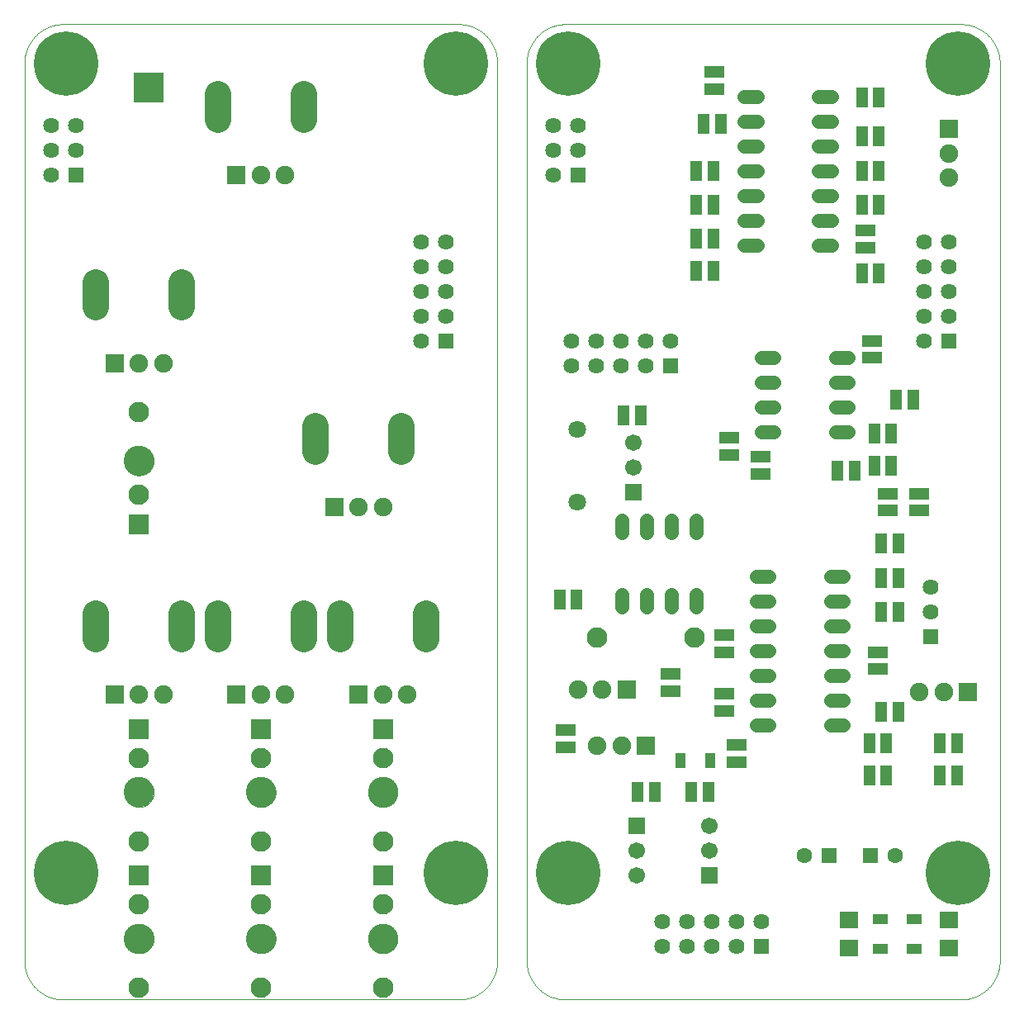
<source format=gts>
G75*
%MOIN*%
%OFA0B0*%
%FSLAX25Y25*%
%IPPOS*%
%LPD*%
%AMOC8*
5,1,8,0,0,1.08239X$1,22.5*
%
%ADD10C,0.00000*%
%ADD11C,0.25991*%
%ADD12C,0.08274*%
%ADD13R,0.08274X0.08274*%
%ADD14C,0.12211*%
%ADD15R,0.07487X0.07487*%
%ADD16C,0.07487*%
%ADD17C,0.10636*%
%ADD18R,0.06400X0.06400*%
%ADD19C,0.06400*%
%ADD20R,0.12211X0.12211*%
%ADD21C,0.06306*%
%ADD22R,0.06306X0.06306*%
%ADD23R,0.06306X0.04337*%
%ADD24R,0.07498X0.06699*%
%ADD25C,0.05600*%
%ADD26R,0.07880X0.04731*%
%ADD27R,0.04731X0.07880*%
%ADD28R,0.04337X0.06306*%
%ADD29C,0.07093*%
%ADD30R,0.06699X0.06699*%
%ADD31C,0.06699*%
D10*
X0001492Y0017240D02*
X0001492Y0379445D01*
X0001497Y0379826D01*
X0001510Y0380206D01*
X0001533Y0380586D01*
X0001566Y0380965D01*
X0001607Y0381343D01*
X0001657Y0381720D01*
X0001717Y0382096D01*
X0001785Y0382471D01*
X0001863Y0382843D01*
X0001950Y0383214D01*
X0002045Y0383582D01*
X0002150Y0383948D01*
X0002263Y0384311D01*
X0002385Y0384672D01*
X0002515Y0385029D01*
X0002655Y0385383D01*
X0002802Y0385734D01*
X0002959Y0386081D01*
X0003123Y0386424D01*
X0003296Y0386763D01*
X0003477Y0387098D01*
X0003666Y0387429D01*
X0003863Y0387754D01*
X0004067Y0388075D01*
X0004280Y0388391D01*
X0004500Y0388701D01*
X0004727Y0389007D01*
X0004962Y0389306D01*
X0005204Y0389600D01*
X0005452Y0389888D01*
X0005708Y0390170D01*
X0005971Y0390445D01*
X0006240Y0390714D01*
X0006515Y0390977D01*
X0006797Y0391233D01*
X0007085Y0391481D01*
X0007379Y0391723D01*
X0007678Y0391958D01*
X0007984Y0392185D01*
X0008294Y0392405D01*
X0008610Y0392618D01*
X0008931Y0392822D01*
X0009256Y0393019D01*
X0009587Y0393208D01*
X0009922Y0393389D01*
X0010261Y0393562D01*
X0010604Y0393726D01*
X0010951Y0393883D01*
X0011302Y0394030D01*
X0011656Y0394170D01*
X0012013Y0394300D01*
X0012374Y0394422D01*
X0012737Y0394535D01*
X0013103Y0394640D01*
X0013471Y0394735D01*
X0013842Y0394822D01*
X0014214Y0394900D01*
X0014589Y0394968D01*
X0014965Y0395028D01*
X0015342Y0395078D01*
X0015720Y0395119D01*
X0016099Y0395152D01*
X0016479Y0395175D01*
X0016859Y0395188D01*
X0017240Y0395193D01*
X0176689Y0395193D01*
X0177070Y0395188D01*
X0177450Y0395175D01*
X0177830Y0395152D01*
X0178209Y0395119D01*
X0178587Y0395078D01*
X0178964Y0395028D01*
X0179340Y0394968D01*
X0179715Y0394900D01*
X0180087Y0394822D01*
X0180458Y0394735D01*
X0180826Y0394640D01*
X0181192Y0394535D01*
X0181555Y0394422D01*
X0181916Y0394300D01*
X0182273Y0394170D01*
X0182627Y0394030D01*
X0182978Y0393883D01*
X0183325Y0393726D01*
X0183668Y0393562D01*
X0184007Y0393389D01*
X0184342Y0393208D01*
X0184673Y0393019D01*
X0184998Y0392822D01*
X0185319Y0392618D01*
X0185635Y0392405D01*
X0185945Y0392185D01*
X0186251Y0391958D01*
X0186550Y0391723D01*
X0186844Y0391481D01*
X0187132Y0391233D01*
X0187414Y0390977D01*
X0187689Y0390714D01*
X0187958Y0390445D01*
X0188221Y0390170D01*
X0188477Y0389888D01*
X0188725Y0389600D01*
X0188967Y0389306D01*
X0189202Y0389007D01*
X0189429Y0388701D01*
X0189649Y0388391D01*
X0189862Y0388075D01*
X0190066Y0387754D01*
X0190263Y0387429D01*
X0190452Y0387098D01*
X0190633Y0386763D01*
X0190806Y0386424D01*
X0190970Y0386081D01*
X0191127Y0385734D01*
X0191274Y0385383D01*
X0191414Y0385029D01*
X0191544Y0384672D01*
X0191666Y0384311D01*
X0191779Y0383948D01*
X0191884Y0383582D01*
X0191979Y0383214D01*
X0192066Y0382843D01*
X0192144Y0382471D01*
X0192212Y0382096D01*
X0192272Y0381720D01*
X0192322Y0381343D01*
X0192363Y0380965D01*
X0192396Y0380586D01*
X0192419Y0380206D01*
X0192432Y0379826D01*
X0192437Y0379445D01*
X0192437Y0017240D01*
X0204248Y0017240D02*
X0204248Y0379445D01*
X0204253Y0379826D01*
X0204266Y0380206D01*
X0204289Y0380586D01*
X0204322Y0380965D01*
X0204363Y0381343D01*
X0204413Y0381720D01*
X0204473Y0382096D01*
X0204541Y0382471D01*
X0204619Y0382843D01*
X0204706Y0383214D01*
X0204801Y0383582D01*
X0204906Y0383948D01*
X0205019Y0384311D01*
X0205141Y0384672D01*
X0205271Y0385029D01*
X0205411Y0385383D01*
X0205558Y0385734D01*
X0205715Y0386081D01*
X0205879Y0386424D01*
X0206052Y0386763D01*
X0206233Y0387098D01*
X0206422Y0387429D01*
X0206619Y0387754D01*
X0206823Y0388075D01*
X0207036Y0388391D01*
X0207256Y0388701D01*
X0207483Y0389007D01*
X0207718Y0389306D01*
X0207960Y0389600D01*
X0208208Y0389888D01*
X0208464Y0390170D01*
X0208727Y0390445D01*
X0208996Y0390714D01*
X0209271Y0390977D01*
X0209553Y0391233D01*
X0209841Y0391481D01*
X0210135Y0391723D01*
X0210434Y0391958D01*
X0210740Y0392185D01*
X0211050Y0392405D01*
X0211366Y0392618D01*
X0211687Y0392822D01*
X0212012Y0393019D01*
X0212343Y0393208D01*
X0212678Y0393389D01*
X0213017Y0393562D01*
X0213360Y0393726D01*
X0213707Y0393883D01*
X0214058Y0394030D01*
X0214412Y0394170D01*
X0214769Y0394300D01*
X0215130Y0394422D01*
X0215493Y0394535D01*
X0215859Y0394640D01*
X0216227Y0394735D01*
X0216598Y0394822D01*
X0216970Y0394900D01*
X0217345Y0394968D01*
X0217721Y0395028D01*
X0218098Y0395078D01*
X0218476Y0395119D01*
X0218855Y0395152D01*
X0219235Y0395175D01*
X0219615Y0395188D01*
X0219996Y0395193D01*
X0379445Y0395193D01*
X0379826Y0395188D01*
X0380206Y0395175D01*
X0380586Y0395152D01*
X0380965Y0395119D01*
X0381343Y0395078D01*
X0381720Y0395028D01*
X0382096Y0394968D01*
X0382471Y0394900D01*
X0382843Y0394822D01*
X0383214Y0394735D01*
X0383582Y0394640D01*
X0383948Y0394535D01*
X0384311Y0394422D01*
X0384672Y0394300D01*
X0385029Y0394170D01*
X0385383Y0394030D01*
X0385734Y0393883D01*
X0386081Y0393726D01*
X0386424Y0393562D01*
X0386763Y0393389D01*
X0387098Y0393208D01*
X0387429Y0393019D01*
X0387754Y0392822D01*
X0388075Y0392618D01*
X0388391Y0392405D01*
X0388701Y0392185D01*
X0389007Y0391958D01*
X0389306Y0391723D01*
X0389600Y0391481D01*
X0389888Y0391233D01*
X0390170Y0390977D01*
X0390445Y0390714D01*
X0390714Y0390445D01*
X0390977Y0390170D01*
X0391233Y0389888D01*
X0391481Y0389600D01*
X0391723Y0389306D01*
X0391958Y0389007D01*
X0392185Y0388701D01*
X0392405Y0388391D01*
X0392618Y0388075D01*
X0392822Y0387754D01*
X0393019Y0387429D01*
X0393208Y0387098D01*
X0393389Y0386763D01*
X0393562Y0386424D01*
X0393726Y0386081D01*
X0393883Y0385734D01*
X0394030Y0385383D01*
X0394170Y0385029D01*
X0394300Y0384672D01*
X0394422Y0384311D01*
X0394535Y0383948D01*
X0394640Y0383582D01*
X0394735Y0383214D01*
X0394822Y0382843D01*
X0394900Y0382471D01*
X0394968Y0382096D01*
X0395028Y0381720D01*
X0395078Y0381343D01*
X0395119Y0380965D01*
X0395152Y0380586D01*
X0395175Y0380206D01*
X0395188Y0379826D01*
X0395193Y0379445D01*
X0395193Y0017240D01*
X0395188Y0016859D01*
X0395175Y0016479D01*
X0395152Y0016099D01*
X0395119Y0015720D01*
X0395078Y0015342D01*
X0395028Y0014965D01*
X0394968Y0014589D01*
X0394900Y0014214D01*
X0394822Y0013842D01*
X0394735Y0013471D01*
X0394640Y0013103D01*
X0394535Y0012737D01*
X0394422Y0012374D01*
X0394300Y0012013D01*
X0394170Y0011656D01*
X0394030Y0011302D01*
X0393883Y0010951D01*
X0393726Y0010604D01*
X0393562Y0010261D01*
X0393389Y0009922D01*
X0393208Y0009587D01*
X0393019Y0009256D01*
X0392822Y0008931D01*
X0392618Y0008610D01*
X0392405Y0008294D01*
X0392185Y0007984D01*
X0391958Y0007678D01*
X0391723Y0007379D01*
X0391481Y0007085D01*
X0391233Y0006797D01*
X0390977Y0006515D01*
X0390714Y0006240D01*
X0390445Y0005971D01*
X0390170Y0005708D01*
X0389888Y0005452D01*
X0389600Y0005204D01*
X0389306Y0004962D01*
X0389007Y0004727D01*
X0388701Y0004500D01*
X0388391Y0004280D01*
X0388075Y0004067D01*
X0387754Y0003863D01*
X0387429Y0003666D01*
X0387098Y0003477D01*
X0386763Y0003296D01*
X0386424Y0003123D01*
X0386081Y0002959D01*
X0385734Y0002802D01*
X0385383Y0002655D01*
X0385029Y0002515D01*
X0384672Y0002385D01*
X0384311Y0002263D01*
X0383948Y0002150D01*
X0383582Y0002045D01*
X0383214Y0001950D01*
X0382843Y0001863D01*
X0382471Y0001785D01*
X0382096Y0001717D01*
X0381720Y0001657D01*
X0381343Y0001607D01*
X0380965Y0001566D01*
X0380586Y0001533D01*
X0380206Y0001510D01*
X0379826Y0001497D01*
X0379445Y0001492D01*
X0219996Y0001492D01*
X0219615Y0001497D01*
X0219235Y0001510D01*
X0218855Y0001533D01*
X0218476Y0001566D01*
X0218098Y0001607D01*
X0217721Y0001657D01*
X0217345Y0001717D01*
X0216970Y0001785D01*
X0216598Y0001863D01*
X0216227Y0001950D01*
X0215859Y0002045D01*
X0215493Y0002150D01*
X0215130Y0002263D01*
X0214769Y0002385D01*
X0214412Y0002515D01*
X0214058Y0002655D01*
X0213707Y0002802D01*
X0213360Y0002959D01*
X0213017Y0003123D01*
X0212678Y0003296D01*
X0212343Y0003477D01*
X0212012Y0003666D01*
X0211687Y0003863D01*
X0211366Y0004067D01*
X0211050Y0004280D01*
X0210740Y0004500D01*
X0210434Y0004727D01*
X0210135Y0004962D01*
X0209841Y0005204D01*
X0209553Y0005452D01*
X0209271Y0005708D01*
X0208996Y0005971D01*
X0208727Y0006240D01*
X0208464Y0006515D01*
X0208208Y0006797D01*
X0207960Y0007085D01*
X0207718Y0007379D01*
X0207483Y0007678D01*
X0207256Y0007984D01*
X0207036Y0008294D01*
X0206823Y0008610D01*
X0206619Y0008931D01*
X0206422Y0009256D01*
X0206233Y0009587D01*
X0206052Y0009922D01*
X0205879Y0010261D01*
X0205715Y0010604D01*
X0205558Y0010951D01*
X0205411Y0011302D01*
X0205271Y0011656D01*
X0205141Y0012013D01*
X0205019Y0012374D01*
X0204906Y0012737D01*
X0204801Y0013103D01*
X0204706Y0013471D01*
X0204619Y0013842D01*
X0204541Y0014214D01*
X0204473Y0014589D01*
X0204413Y0014965D01*
X0204363Y0015342D01*
X0204322Y0015720D01*
X0204289Y0016099D01*
X0204266Y0016479D01*
X0204253Y0016859D01*
X0204248Y0017240D01*
X0192437Y0017240D02*
X0192432Y0016859D01*
X0192419Y0016479D01*
X0192396Y0016099D01*
X0192363Y0015720D01*
X0192322Y0015342D01*
X0192272Y0014965D01*
X0192212Y0014589D01*
X0192144Y0014214D01*
X0192066Y0013842D01*
X0191979Y0013471D01*
X0191884Y0013103D01*
X0191779Y0012737D01*
X0191666Y0012374D01*
X0191544Y0012013D01*
X0191414Y0011656D01*
X0191274Y0011302D01*
X0191127Y0010951D01*
X0190970Y0010604D01*
X0190806Y0010261D01*
X0190633Y0009922D01*
X0190452Y0009587D01*
X0190263Y0009256D01*
X0190066Y0008931D01*
X0189862Y0008610D01*
X0189649Y0008294D01*
X0189429Y0007984D01*
X0189202Y0007678D01*
X0188967Y0007379D01*
X0188725Y0007085D01*
X0188477Y0006797D01*
X0188221Y0006515D01*
X0187958Y0006240D01*
X0187689Y0005971D01*
X0187414Y0005708D01*
X0187132Y0005452D01*
X0186844Y0005204D01*
X0186550Y0004962D01*
X0186251Y0004727D01*
X0185945Y0004500D01*
X0185635Y0004280D01*
X0185319Y0004067D01*
X0184998Y0003863D01*
X0184673Y0003666D01*
X0184342Y0003477D01*
X0184007Y0003296D01*
X0183668Y0003123D01*
X0183325Y0002959D01*
X0182978Y0002802D01*
X0182627Y0002655D01*
X0182273Y0002515D01*
X0181916Y0002385D01*
X0181555Y0002263D01*
X0181192Y0002150D01*
X0180826Y0002045D01*
X0180458Y0001950D01*
X0180087Y0001863D01*
X0179715Y0001785D01*
X0179340Y0001717D01*
X0178964Y0001657D01*
X0178587Y0001607D01*
X0178209Y0001566D01*
X0177830Y0001533D01*
X0177450Y0001510D01*
X0177070Y0001497D01*
X0176689Y0001492D01*
X0017240Y0001492D01*
X0016859Y0001497D01*
X0016479Y0001510D01*
X0016099Y0001533D01*
X0015720Y0001566D01*
X0015342Y0001607D01*
X0014965Y0001657D01*
X0014589Y0001717D01*
X0014214Y0001785D01*
X0013842Y0001863D01*
X0013471Y0001950D01*
X0013103Y0002045D01*
X0012737Y0002150D01*
X0012374Y0002263D01*
X0012013Y0002385D01*
X0011656Y0002515D01*
X0011302Y0002655D01*
X0010951Y0002802D01*
X0010604Y0002959D01*
X0010261Y0003123D01*
X0009922Y0003296D01*
X0009587Y0003477D01*
X0009256Y0003666D01*
X0008931Y0003863D01*
X0008610Y0004067D01*
X0008294Y0004280D01*
X0007984Y0004500D01*
X0007678Y0004727D01*
X0007379Y0004962D01*
X0007085Y0005204D01*
X0006797Y0005452D01*
X0006515Y0005708D01*
X0006240Y0005971D01*
X0005971Y0006240D01*
X0005708Y0006515D01*
X0005452Y0006797D01*
X0005204Y0007085D01*
X0004962Y0007379D01*
X0004727Y0007678D01*
X0004500Y0007984D01*
X0004280Y0008294D01*
X0004067Y0008610D01*
X0003863Y0008931D01*
X0003666Y0009256D01*
X0003477Y0009587D01*
X0003296Y0009922D01*
X0003123Y0010261D01*
X0002959Y0010604D01*
X0002802Y0010951D01*
X0002655Y0011302D01*
X0002515Y0011656D01*
X0002385Y0012013D01*
X0002263Y0012374D01*
X0002150Y0012737D01*
X0002045Y0013103D01*
X0001950Y0013471D01*
X0001863Y0013842D01*
X0001785Y0014214D01*
X0001717Y0014589D01*
X0001657Y0014965D01*
X0001607Y0015342D01*
X0001566Y0015720D01*
X0001533Y0016099D01*
X0001510Y0016479D01*
X0001497Y0016859D01*
X0001492Y0017240D01*
X0041846Y0026098D02*
X0041848Y0026251D01*
X0041854Y0026405D01*
X0041864Y0026558D01*
X0041878Y0026710D01*
X0041896Y0026863D01*
X0041918Y0027014D01*
X0041943Y0027165D01*
X0041973Y0027316D01*
X0042007Y0027466D01*
X0042044Y0027614D01*
X0042085Y0027762D01*
X0042130Y0027908D01*
X0042179Y0028054D01*
X0042232Y0028198D01*
X0042288Y0028340D01*
X0042348Y0028481D01*
X0042412Y0028621D01*
X0042479Y0028759D01*
X0042550Y0028895D01*
X0042625Y0029029D01*
X0042702Y0029161D01*
X0042784Y0029291D01*
X0042868Y0029419D01*
X0042956Y0029545D01*
X0043047Y0029668D01*
X0043141Y0029789D01*
X0043239Y0029907D01*
X0043339Y0030023D01*
X0043443Y0030136D01*
X0043549Y0030247D01*
X0043658Y0030355D01*
X0043770Y0030460D01*
X0043884Y0030561D01*
X0044002Y0030660D01*
X0044121Y0030756D01*
X0044243Y0030849D01*
X0044368Y0030938D01*
X0044495Y0031025D01*
X0044624Y0031107D01*
X0044755Y0031187D01*
X0044888Y0031263D01*
X0045023Y0031336D01*
X0045160Y0031405D01*
X0045299Y0031470D01*
X0045439Y0031532D01*
X0045581Y0031590D01*
X0045724Y0031645D01*
X0045869Y0031696D01*
X0046015Y0031743D01*
X0046162Y0031786D01*
X0046310Y0031825D01*
X0046459Y0031861D01*
X0046609Y0031892D01*
X0046760Y0031920D01*
X0046911Y0031944D01*
X0047064Y0031964D01*
X0047216Y0031980D01*
X0047369Y0031992D01*
X0047522Y0032000D01*
X0047675Y0032004D01*
X0047829Y0032004D01*
X0047982Y0032000D01*
X0048135Y0031992D01*
X0048288Y0031980D01*
X0048440Y0031964D01*
X0048593Y0031944D01*
X0048744Y0031920D01*
X0048895Y0031892D01*
X0049045Y0031861D01*
X0049194Y0031825D01*
X0049342Y0031786D01*
X0049489Y0031743D01*
X0049635Y0031696D01*
X0049780Y0031645D01*
X0049923Y0031590D01*
X0050065Y0031532D01*
X0050205Y0031470D01*
X0050344Y0031405D01*
X0050481Y0031336D01*
X0050616Y0031263D01*
X0050749Y0031187D01*
X0050880Y0031107D01*
X0051009Y0031025D01*
X0051136Y0030938D01*
X0051261Y0030849D01*
X0051383Y0030756D01*
X0051502Y0030660D01*
X0051620Y0030561D01*
X0051734Y0030460D01*
X0051846Y0030355D01*
X0051955Y0030247D01*
X0052061Y0030136D01*
X0052165Y0030023D01*
X0052265Y0029907D01*
X0052363Y0029789D01*
X0052457Y0029668D01*
X0052548Y0029545D01*
X0052636Y0029419D01*
X0052720Y0029291D01*
X0052802Y0029161D01*
X0052879Y0029029D01*
X0052954Y0028895D01*
X0053025Y0028759D01*
X0053092Y0028621D01*
X0053156Y0028481D01*
X0053216Y0028340D01*
X0053272Y0028198D01*
X0053325Y0028054D01*
X0053374Y0027908D01*
X0053419Y0027762D01*
X0053460Y0027614D01*
X0053497Y0027466D01*
X0053531Y0027316D01*
X0053561Y0027165D01*
X0053586Y0027014D01*
X0053608Y0026863D01*
X0053626Y0026710D01*
X0053640Y0026558D01*
X0053650Y0026405D01*
X0053656Y0026251D01*
X0053658Y0026098D01*
X0053656Y0025945D01*
X0053650Y0025791D01*
X0053640Y0025638D01*
X0053626Y0025486D01*
X0053608Y0025333D01*
X0053586Y0025182D01*
X0053561Y0025031D01*
X0053531Y0024880D01*
X0053497Y0024730D01*
X0053460Y0024582D01*
X0053419Y0024434D01*
X0053374Y0024288D01*
X0053325Y0024142D01*
X0053272Y0023998D01*
X0053216Y0023856D01*
X0053156Y0023715D01*
X0053092Y0023575D01*
X0053025Y0023437D01*
X0052954Y0023301D01*
X0052879Y0023167D01*
X0052802Y0023035D01*
X0052720Y0022905D01*
X0052636Y0022777D01*
X0052548Y0022651D01*
X0052457Y0022528D01*
X0052363Y0022407D01*
X0052265Y0022289D01*
X0052165Y0022173D01*
X0052061Y0022060D01*
X0051955Y0021949D01*
X0051846Y0021841D01*
X0051734Y0021736D01*
X0051620Y0021635D01*
X0051502Y0021536D01*
X0051383Y0021440D01*
X0051261Y0021347D01*
X0051136Y0021258D01*
X0051009Y0021171D01*
X0050880Y0021089D01*
X0050749Y0021009D01*
X0050616Y0020933D01*
X0050481Y0020860D01*
X0050344Y0020791D01*
X0050205Y0020726D01*
X0050065Y0020664D01*
X0049923Y0020606D01*
X0049780Y0020551D01*
X0049635Y0020500D01*
X0049489Y0020453D01*
X0049342Y0020410D01*
X0049194Y0020371D01*
X0049045Y0020335D01*
X0048895Y0020304D01*
X0048744Y0020276D01*
X0048593Y0020252D01*
X0048440Y0020232D01*
X0048288Y0020216D01*
X0048135Y0020204D01*
X0047982Y0020196D01*
X0047829Y0020192D01*
X0047675Y0020192D01*
X0047522Y0020196D01*
X0047369Y0020204D01*
X0047216Y0020216D01*
X0047064Y0020232D01*
X0046911Y0020252D01*
X0046760Y0020276D01*
X0046609Y0020304D01*
X0046459Y0020335D01*
X0046310Y0020371D01*
X0046162Y0020410D01*
X0046015Y0020453D01*
X0045869Y0020500D01*
X0045724Y0020551D01*
X0045581Y0020606D01*
X0045439Y0020664D01*
X0045299Y0020726D01*
X0045160Y0020791D01*
X0045023Y0020860D01*
X0044888Y0020933D01*
X0044755Y0021009D01*
X0044624Y0021089D01*
X0044495Y0021171D01*
X0044368Y0021258D01*
X0044243Y0021347D01*
X0044121Y0021440D01*
X0044002Y0021536D01*
X0043884Y0021635D01*
X0043770Y0021736D01*
X0043658Y0021841D01*
X0043549Y0021949D01*
X0043443Y0022060D01*
X0043339Y0022173D01*
X0043239Y0022289D01*
X0043141Y0022407D01*
X0043047Y0022528D01*
X0042956Y0022651D01*
X0042868Y0022777D01*
X0042784Y0022905D01*
X0042702Y0023035D01*
X0042625Y0023167D01*
X0042550Y0023301D01*
X0042479Y0023437D01*
X0042412Y0023575D01*
X0042348Y0023715D01*
X0042288Y0023856D01*
X0042232Y0023998D01*
X0042179Y0024142D01*
X0042130Y0024288D01*
X0042085Y0024434D01*
X0042044Y0024582D01*
X0042007Y0024730D01*
X0041973Y0024880D01*
X0041943Y0025031D01*
X0041918Y0025182D01*
X0041896Y0025333D01*
X0041878Y0025486D01*
X0041864Y0025638D01*
X0041854Y0025791D01*
X0041848Y0025945D01*
X0041846Y0026098D01*
X0091059Y0026098D02*
X0091061Y0026251D01*
X0091067Y0026405D01*
X0091077Y0026558D01*
X0091091Y0026710D01*
X0091109Y0026863D01*
X0091131Y0027014D01*
X0091156Y0027165D01*
X0091186Y0027316D01*
X0091220Y0027466D01*
X0091257Y0027614D01*
X0091298Y0027762D01*
X0091343Y0027908D01*
X0091392Y0028054D01*
X0091445Y0028198D01*
X0091501Y0028340D01*
X0091561Y0028481D01*
X0091625Y0028621D01*
X0091692Y0028759D01*
X0091763Y0028895D01*
X0091838Y0029029D01*
X0091915Y0029161D01*
X0091997Y0029291D01*
X0092081Y0029419D01*
X0092169Y0029545D01*
X0092260Y0029668D01*
X0092354Y0029789D01*
X0092452Y0029907D01*
X0092552Y0030023D01*
X0092656Y0030136D01*
X0092762Y0030247D01*
X0092871Y0030355D01*
X0092983Y0030460D01*
X0093097Y0030561D01*
X0093215Y0030660D01*
X0093334Y0030756D01*
X0093456Y0030849D01*
X0093581Y0030938D01*
X0093708Y0031025D01*
X0093837Y0031107D01*
X0093968Y0031187D01*
X0094101Y0031263D01*
X0094236Y0031336D01*
X0094373Y0031405D01*
X0094512Y0031470D01*
X0094652Y0031532D01*
X0094794Y0031590D01*
X0094937Y0031645D01*
X0095082Y0031696D01*
X0095228Y0031743D01*
X0095375Y0031786D01*
X0095523Y0031825D01*
X0095672Y0031861D01*
X0095822Y0031892D01*
X0095973Y0031920D01*
X0096124Y0031944D01*
X0096277Y0031964D01*
X0096429Y0031980D01*
X0096582Y0031992D01*
X0096735Y0032000D01*
X0096888Y0032004D01*
X0097042Y0032004D01*
X0097195Y0032000D01*
X0097348Y0031992D01*
X0097501Y0031980D01*
X0097653Y0031964D01*
X0097806Y0031944D01*
X0097957Y0031920D01*
X0098108Y0031892D01*
X0098258Y0031861D01*
X0098407Y0031825D01*
X0098555Y0031786D01*
X0098702Y0031743D01*
X0098848Y0031696D01*
X0098993Y0031645D01*
X0099136Y0031590D01*
X0099278Y0031532D01*
X0099418Y0031470D01*
X0099557Y0031405D01*
X0099694Y0031336D01*
X0099829Y0031263D01*
X0099962Y0031187D01*
X0100093Y0031107D01*
X0100222Y0031025D01*
X0100349Y0030938D01*
X0100474Y0030849D01*
X0100596Y0030756D01*
X0100715Y0030660D01*
X0100833Y0030561D01*
X0100947Y0030460D01*
X0101059Y0030355D01*
X0101168Y0030247D01*
X0101274Y0030136D01*
X0101378Y0030023D01*
X0101478Y0029907D01*
X0101576Y0029789D01*
X0101670Y0029668D01*
X0101761Y0029545D01*
X0101849Y0029419D01*
X0101933Y0029291D01*
X0102015Y0029161D01*
X0102092Y0029029D01*
X0102167Y0028895D01*
X0102238Y0028759D01*
X0102305Y0028621D01*
X0102369Y0028481D01*
X0102429Y0028340D01*
X0102485Y0028198D01*
X0102538Y0028054D01*
X0102587Y0027908D01*
X0102632Y0027762D01*
X0102673Y0027614D01*
X0102710Y0027466D01*
X0102744Y0027316D01*
X0102774Y0027165D01*
X0102799Y0027014D01*
X0102821Y0026863D01*
X0102839Y0026710D01*
X0102853Y0026558D01*
X0102863Y0026405D01*
X0102869Y0026251D01*
X0102871Y0026098D01*
X0102869Y0025945D01*
X0102863Y0025791D01*
X0102853Y0025638D01*
X0102839Y0025486D01*
X0102821Y0025333D01*
X0102799Y0025182D01*
X0102774Y0025031D01*
X0102744Y0024880D01*
X0102710Y0024730D01*
X0102673Y0024582D01*
X0102632Y0024434D01*
X0102587Y0024288D01*
X0102538Y0024142D01*
X0102485Y0023998D01*
X0102429Y0023856D01*
X0102369Y0023715D01*
X0102305Y0023575D01*
X0102238Y0023437D01*
X0102167Y0023301D01*
X0102092Y0023167D01*
X0102015Y0023035D01*
X0101933Y0022905D01*
X0101849Y0022777D01*
X0101761Y0022651D01*
X0101670Y0022528D01*
X0101576Y0022407D01*
X0101478Y0022289D01*
X0101378Y0022173D01*
X0101274Y0022060D01*
X0101168Y0021949D01*
X0101059Y0021841D01*
X0100947Y0021736D01*
X0100833Y0021635D01*
X0100715Y0021536D01*
X0100596Y0021440D01*
X0100474Y0021347D01*
X0100349Y0021258D01*
X0100222Y0021171D01*
X0100093Y0021089D01*
X0099962Y0021009D01*
X0099829Y0020933D01*
X0099694Y0020860D01*
X0099557Y0020791D01*
X0099418Y0020726D01*
X0099278Y0020664D01*
X0099136Y0020606D01*
X0098993Y0020551D01*
X0098848Y0020500D01*
X0098702Y0020453D01*
X0098555Y0020410D01*
X0098407Y0020371D01*
X0098258Y0020335D01*
X0098108Y0020304D01*
X0097957Y0020276D01*
X0097806Y0020252D01*
X0097653Y0020232D01*
X0097501Y0020216D01*
X0097348Y0020204D01*
X0097195Y0020196D01*
X0097042Y0020192D01*
X0096888Y0020192D01*
X0096735Y0020196D01*
X0096582Y0020204D01*
X0096429Y0020216D01*
X0096277Y0020232D01*
X0096124Y0020252D01*
X0095973Y0020276D01*
X0095822Y0020304D01*
X0095672Y0020335D01*
X0095523Y0020371D01*
X0095375Y0020410D01*
X0095228Y0020453D01*
X0095082Y0020500D01*
X0094937Y0020551D01*
X0094794Y0020606D01*
X0094652Y0020664D01*
X0094512Y0020726D01*
X0094373Y0020791D01*
X0094236Y0020860D01*
X0094101Y0020933D01*
X0093968Y0021009D01*
X0093837Y0021089D01*
X0093708Y0021171D01*
X0093581Y0021258D01*
X0093456Y0021347D01*
X0093334Y0021440D01*
X0093215Y0021536D01*
X0093097Y0021635D01*
X0092983Y0021736D01*
X0092871Y0021841D01*
X0092762Y0021949D01*
X0092656Y0022060D01*
X0092552Y0022173D01*
X0092452Y0022289D01*
X0092354Y0022407D01*
X0092260Y0022528D01*
X0092169Y0022651D01*
X0092081Y0022777D01*
X0091997Y0022905D01*
X0091915Y0023035D01*
X0091838Y0023167D01*
X0091763Y0023301D01*
X0091692Y0023437D01*
X0091625Y0023575D01*
X0091561Y0023715D01*
X0091501Y0023856D01*
X0091445Y0023998D01*
X0091392Y0024142D01*
X0091343Y0024288D01*
X0091298Y0024434D01*
X0091257Y0024582D01*
X0091220Y0024730D01*
X0091186Y0024880D01*
X0091156Y0025031D01*
X0091131Y0025182D01*
X0091109Y0025333D01*
X0091091Y0025486D01*
X0091077Y0025638D01*
X0091067Y0025791D01*
X0091061Y0025945D01*
X0091059Y0026098D01*
X0140271Y0026098D02*
X0140273Y0026251D01*
X0140279Y0026405D01*
X0140289Y0026558D01*
X0140303Y0026710D01*
X0140321Y0026863D01*
X0140343Y0027014D01*
X0140368Y0027165D01*
X0140398Y0027316D01*
X0140432Y0027466D01*
X0140469Y0027614D01*
X0140510Y0027762D01*
X0140555Y0027908D01*
X0140604Y0028054D01*
X0140657Y0028198D01*
X0140713Y0028340D01*
X0140773Y0028481D01*
X0140837Y0028621D01*
X0140904Y0028759D01*
X0140975Y0028895D01*
X0141050Y0029029D01*
X0141127Y0029161D01*
X0141209Y0029291D01*
X0141293Y0029419D01*
X0141381Y0029545D01*
X0141472Y0029668D01*
X0141566Y0029789D01*
X0141664Y0029907D01*
X0141764Y0030023D01*
X0141868Y0030136D01*
X0141974Y0030247D01*
X0142083Y0030355D01*
X0142195Y0030460D01*
X0142309Y0030561D01*
X0142427Y0030660D01*
X0142546Y0030756D01*
X0142668Y0030849D01*
X0142793Y0030938D01*
X0142920Y0031025D01*
X0143049Y0031107D01*
X0143180Y0031187D01*
X0143313Y0031263D01*
X0143448Y0031336D01*
X0143585Y0031405D01*
X0143724Y0031470D01*
X0143864Y0031532D01*
X0144006Y0031590D01*
X0144149Y0031645D01*
X0144294Y0031696D01*
X0144440Y0031743D01*
X0144587Y0031786D01*
X0144735Y0031825D01*
X0144884Y0031861D01*
X0145034Y0031892D01*
X0145185Y0031920D01*
X0145336Y0031944D01*
X0145489Y0031964D01*
X0145641Y0031980D01*
X0145794Y0031992D01*
X0145947Y0032000D01*
X0146100Y0032004D01*
X0146254Y0032004D01*
X0146407Y0032000D01*
X0146560Y0031992D01*
X0146713Y0031980D01*
X0146865Y0031964D01*
X0147018Y0031944D01*
X0147169Y0031920D01*
X0147320Y0031892D01*
X0147470Y0031861D01*
X0147619Y0031825D01*
X0147767Y0031786D01*
X0147914Y0031743D01*
X0148060Y0031696D01*
X0148205Y0031645D01*
X0148348Y0031590D01*
X0148490Y0031532D01*
X0148630Y0031470D01*
X0148769Y0031405D01*
X0148906Y0031336D01*
X0149041Y0031263D01*
X0149174Y0031187D01*
X0149305Y0031107D01*
X0149434Y0031025D01*
X0149561Y0030938D01*
X0149686Y0030849D01*
X0149808Y0030756D01*
X0149927Y0030660D01*
X0150045Y0030561D01*
X0150159Y0030460D01*
X0150271Y0030355D01*
X0150380Y0030247D01*
X0150486Y0030136D01*
X0150590Y0030023D01*
X0150690Y0029907D01*
X0150788Y0029789D01*
X0150882Y0029668D01*
X0150973Y0029545D01*
X0151061Y0029419D01*
X0151145Y0029291D01*
X0151227Y0029161D01*
X0151304Y0029029D01*
X0151379Y0028895D01*
X0151450Y0028759D01*
X0151517Y0028621D01*
X0151581Y0028481D01*
X0151641Y0028340D01*
X0151697Y0028198D01*
X0151750Y0028054D01*
X0151799Y0027908D01*
X0151844Y0027762D01*
X0151885Y0027614D01*
X0151922Y0027466D01*
X0151956Y0027316D01*
X0151986Y0027165D01*
X0152011Y0027014D01*
X0152033Y0026863D01*
X0152051Y0026710D01*
X0152065Y0026558D01*
X0152075Y0026405D01*
X0152081Y0026251D01*
X0152083Y0026098D01*
X0152081Y0025945D01*
X0152075Y0025791D01*
X0152065Y0025638D01*
X0152051Y0025486D01*
X0152033Y0025333D01*
X0152011Y0025182D01*
X0151986Y0025031D01*
X0151956Y0024880D01*
X0151922Y0024730D01*
X0151885Y0024582D01*
X0151844Y0024434D01*
X0151799Y0024288D01*
X0151750Y0024142D01*
X0151697Y0023998D01*
X0151641Y0023856D01*
X0151581Y0023715D01*
X0151517Y0023575D01*
X0151450Y0023437D01*
X0151379Y0023301D01*
X0151304Y0023167D01*
X0151227Y0023035D01*
X0151145Y0022905D01*
X0151061Y0022777D01*
X0150973Y0022651D01*
X0150882Y0022528D01*
X0150788Y0022407D01*
X0150690Y0022289D01*
X0150590Y0022173D01*
X0150486Y0022060D01*
X0150380Y0021949D01*
X0150271Y0021841D01*
X0150159Y0021736D01*
X0150045Y0021635D01*
X0149927Y0021536D01*
X0149808Y0021440D01*
X0149686Y0021347D01*
X0149561Y0021258D01*
X0149434Y0021171D01*
X0149305Y0021089D01*
X0149174Y0021009D01*
X0149041Y0020933D01*
X0148906Y0020860D01*
X0148769Y0020791D01*
X0148630Y0020726D01*
X0148490Y0020664D01*
X0148348Y0020606D01*
X0148205Y0020551D01*
X0148060Y0020500D01*
X0147914Y0020453D01*
X0147767Y0020410D01*
X0147619Y0020371D01*
X0147470Y0020335D01*
X0147320Y0020304D01*
X0147169Y0020276D01*
X0147018Y0020252D01*
X0146865Y0020232D01*
X0146713Y0020216D01*
X0146560Y0020204D01*
X0146407Y0020196D01*
X0146254Y0020192D01*
X0146100Y0020192D01*
X0145947Y0020196D01*
X0145794Y0020204D01*
X0145641Y0020216D01*
X0145489Y0020232D01*
X0145336Y0020252D01*
X0145185Y0020276D01*
X0145034Y0020304D01*
X0144884Y0020335D01*
X0144735Y0020371D01*
X0144587Y0020410D01*
X0144440Y0020453D01*
X0144294Y0020500D01*
X0144149Y0020551D01*
X0144006Y0020606D01*
X0143864Y0020664D01*
X0143724Y0020726D01*
X0143585Y0020791D01*
X0143448Y0020860D01*
X0143313Y0020933D01*
X0143180Y0021009D01*
X0143049Y0021089D01*
X0142920Y0021171D01*
X0142793Y0021258D01*
X0142668Y0021347D01*
X0142546Y0021440D01*
X0142427Y0021536D01*
X0142309Y0021635D01*
X0142195Y0021736D01*
X0142083Y0021841D01*
X0141974Y0021949D01*
X0141868Y0022060D01*
X0141764Y0022173D01*
X0141664Y0022289D01*
X0141566Y0022407D01*
X0141472Y0022528D01*
X0141381Y0022651D01*
X0141293Y0022777D01*
X0141209Y0022905D01*
X0141127Y0023035D01*
X0141050Y0023167D01*
X0140975Y0023301D01*
X0140904Y0023437D01*
X0140837Y0023575D01*
X0140773Y0023715D01*
X0140713Y0023856D01*
X0140657Y0023998D01*
X0140604Y0024142D01*
X0140555Y0024288D01*
X0140510Y0024434D01*
X0140469Y0024582D01*
X0140432Y0024730D01*
X0140398Y0024880D01*
X0140368Y0025031D01*
X0140343Y0025182D01*
X0140321Y0025333D01*
X0140303Y0025486D01*
X0140289Y0025638D01*
X0140279Y0025791D01*
X0140273Y0025945D01*
X0140271Y0026098D01*
X0140271Y0085154D02*
X0140273Y0085307D01*
X0140279Y0085461D01*
X0140289Y0085614D01*
X0140303Y0085766D01*
X0140321Y0085919D01*
X0140343Y0086070D01*
X0140368Y0086221D01*
X0140398Y0086372D01*
X0140432Y0086522D01*
X0140469Y0086670D01*
X0140510Y0086818D01*
X0140555Y0086964D01*
X0140604Y0087110D01*
X0140657Y0087254D01*
X0140713Y0087396D01*
X0140773Y0087537D01*
X0140837Y0087677D01*
X0140904Y0087815D01*
X0140975Y0087951D01*
X0141050Y0088085D01*
X0141127Y0088217D01*
X0141209Y0088347D01*
X0141293Y0088475D01*
X0141381Y0088601D01*
X0141472Y0088724D01*
X0141566Y0088845D01*
X0141664Y0088963D01*
X0141764Y0089079D01*
X0141868Y0089192D01*
X0141974Y0089303D01*
X0142083Y0089411D01*
X0142195Y0089516D01*
X0142309Y0089617D01*
X0142427Y0089716D01*
X0142546Y0089812D01*
X0142668Y0089905D01*
X0142793Y0089994D01*
X0142920Y0090081D01*
X0143049Y0090163D01*
X0143180Y0090243D01*
X0143313Y0090319D01*
X0143448Y0090392D01*
X0143585Y0090461D01*
X0143724Y0090526D01*
X0143864Y0090588D01*
X0144006Y0090646D01*
X0144149Y0090701D01*
X0144294Y0090752D01*
X0144440Y0090799D01*
X0144587Y0090842D01*
X0144735Y0090881D01*
X0144884Y0090917D01*
X0145034Y0090948D01*
X0145185Y0090976D01*
X0145336Y0091000D01*
X0145489Y0091020D01*
X0145641Y0091036D01*
X0145794Y0091048D01*
X0145947Y0091056D01*
X0146100Y0091060D01*
X0146254Y0091060D01*
X0146407Y0091056D01*
X0146560Y0091048D01*
X0146713Y0091036D01*
X0146865Y0091020D01*
X0147018Y0091000D01*
X0147169Y0090976D01*
X0147320Y0090948D01*
X0147470Y0090917D01*
X0147619Y0090881D01*
X0147767Y0090842D01*
X0147914Y0090799D01*
X0148060Y0090752D01*
X0148205Y0090701D01*
X0148348Y0090646D01*
X0148490Y0090588D01*
X0148630Y0090526D01*
X0148769Y0090461D01*
X0148906Y0090392D01*
X0149041Y0090319D01*
X0149174Y0090243D01*
X0149305Y0090163D01*
X0149434Y0090081D01*
X0149561Y0089994D01*
X0149686Y0089905D01*
X0149808Y0089812D01*
X0149927Y0089716D01*
X0150045Y0089617D01*
X0150159Y0089516D01*
X0150271Y0089411D01*
X0150380Y0089303D01*
X0150486Y0089192D01*
X0150590Y0089079D01*
X0150690Y0088963D01*
X0150788Y0088845D01*
X0150882Y0088724D01*
X0150973Y0088601D01*
X0151061Y0088475D01*
X0151145Y0088347D01*
X0151227Y0088217D01*
X0151304Y0088085D01*
X0151379Y0087951D01*
X0151450Y0087815D01*
X0151517Y0087677D01*
X0151581Y0087537D01*
X0151641Y0087396D01*
X0151697Y0087254D01*
X0151750Y0087110D01*
X0151799Y0086964D01*
X0151844Y0086818D01*
X0151885Y0086670D01*
X0151922Y0086522D01*
X0151956Y0086372D01*
X0151986Y0086221D01*
X0152011Y0086070D01*
X0152033Y0085919D01*
X0152051Y0085766D01*
X0152065Y0085614D01*
X0152075Y0085461D01*
X0152081Y0085307D01*
X0152083Y0085154D01*
X0152081Y0085001D01*
X0152075Y0084847D01*
X0152065Y0084694D01*
X0152051Y0084542D01*
X0152033Y0084389D01*
X0152011Y0084238D01*
X0151986Y0084087D01*
X0151956Y0083936D01*
X0151922Y0083786D01*
X0151885Y0083638D01*
X0151844Y0083490D01*
X0151799Y0083344D01*
X0151750Y0083198D01*
X0151697Y0083054D01*
X0151641Y0082912D01*
X0151581Y0082771D01*
X0151517Y0082631D01*
X0151450Y0082493D01*
X0151379Y0082357D01*
X0151304Y0082223D01*
X0151227Y0082091D01*
X0151145Y0081961D01*
X0151061Y0081833D01*
X0150973Y0081707D01*
X0150882Y0081584D01*
X0150788Y0081463D01*
X0150690Y0081345D01*
X0150590Y0081229D01*
X0150486Y0081116D01*
X0150380Y0081005D01*
X0150271Y0080897D01*
X0150159Y0080792D01*
X0150045Y0080691D01*
X0149927Y0080592D01*
X0149808Y0080496D01*
X0149686Y0080403D01*
X0149561Y0080314D01*
X0149434Y0080227D01*
X0149305Y0080145D01*
X0149174Y0080065D01*
X0149041Y0079989D01*
X0148906Y0079916D01*
X0148769Y0079847D01*
X0148630Y0079782D01*
X0148490Y0079720D01*
X0148348Y0079662D01*
X0148205Y0079607D01*
X0148060Y0079556D01*
X0147914Y0079509D01*
X0147767Y0079466D01*
X0147619Y0079427D01*
X0147470Y0079391D01*
X0147320Y0079360D01*
X0147169Y0079332D01*
X0147018Y0079308D01*
X0146865Y0079288D01*
X0146713Y0079272D01*
X0146560Y0079260D01*
X0146407Y0079252D01*
X0146254Y0079248D01*
X0146100Y0079248D01*
X0145947Y0079252D01*
X0145794Y0079260D01*
X0145641Y0079272D01*
X0145489Y0079288D01*
X0145336Y0079308D01*
X0145185Y0079332D01*
X0145034Y0079360D01*
X0144884Y0079391D01*
X0144735Y0079427D01*
X0144587Y0079466D01*
X0144440Y0079509D01*
X0144294Y0079556D01*
X0144149Y0079607D01*
X0144006Y0079662D01*
X0143864Y0079720D01*
X0143724Y0079782D01*
X0143585Y0079847D01*
X0143448Y0079916D01*
X0143313Y0079989D01*
X0143180Y0080065D01*
X0143049Y0080145D01*
X0142920Y0080227D01*
X0142793Y0080314D01*
X0142668Y0080403D01*
X0142546Y0080496D01*
X0142427Y0080592D01*
X0142309Y0080691D01*
X0142195Y0080792D01*
X0142083Y0080897D01*
X0141974Y0081005D01*
X0141868Y0081116D01*
X0141764Y0081229D01*
X0141664Y0081345D01*
X0141566Y0081463D01*
X0141472Y0081584D01*
X0141381Y0081707D01*
X0141293Y0081833D01*
X0141209Y0081961D01*
X0141127Y0082091D01*
X0141050Y0082223D01*
X0140975Y0082357D01*
X0140904Y0082493D01*
X0140837Y0082631D01*
X0140773Y0082771D01*
X0140713Y0082912D01*
X0140657Y0083054D01*
X0140604Y0083198D01*
X0140555Y0083344D01*
X0140510Y0083490D01*
X0140469Y0083638D01*
X0140432Y0083786D01*
X0140398Y0083936D01*
X0140368Y0084087D01*
X0140343Y0084238D01*
X0140321Y0084389D01*
X0140303Y0084542D01*
X0140289Y0084694D01*
X0140279Y0084847D01*
X0140273Y0085001D01*
X0140271Y0085154D01*
X0091059Y0085154D02*
X0091061Y0085307D01*
X0091067Y0085461D01*
X0091077Y0085614D01*
X0091091Y0085766D01*
X0091109Y0085919D01*
X0091131Y0086070D01*
X0091156Y0086221D01*
X0091186Y0086372D01*
X0091220Y0086522D01*
X0091257Y0086670D01*
X0091298Y0086818D01*
X0091343Y0086964D01*
X0091392Y0087110D01*
X0091445Y0087254D01*
X0091501Y0087396D01*
X0091561Y0087537D01*
X0091625Y0087677D01*
X0091692Y0087815D01*
X0091763Y0087951D01*
X0091838Y0088085D01*
X0091915Y0088217D01*
X0091997Y0088347D01*
X0092081Y0088475D01*
X0092169Y0088601D01*
X0092260Y0088724D01*
X0092354Y0088845D01*
X0092452Y0088963D01*
X0092552Y0089079D01*
X0092656Y0089192D01*
X0092762Y0089303D01*
X0092871Y0089411D01*
X0092983Y0089516D01*
X0093097Y0089617D01*
X0093215Y0089716D01*
X0093334Y0089812D01*
X0093456Y0089905D01*
X0093581Y0089994D01*
X0093708Y0090081D01*
X0093837Y0090163D01*
X0093968Y0090243D01*
X0094101Y0090319D01*
X0094236Y0090392D01*
X0094373Y0090461D01*
X0094512Y0090526D01*
X0094652Y0090588D01*
X0094794Y0090646D01*
X0094937Y0090701D01*
X0095082Y0090752D01*
X0095228Y0090799D01*
X0095375Y0090842D01*
X0095523Y0090881D01*
X0095672Y0090917D01*
X0095822Y0090948D01*
X0095973Y0090976D01*
X0096124Y0091000D01*
X0096277Y0091020D01*
X0096429Y0091036D01*
X0096582Y0091048D01*
X0096735Y0091056D01*
X0096888Y0091060D01*
X0097042Y0091060D01*
X0097195Y0091056D01*
X0097348Y0091048D01*
X0097501Y0091036D01*
X0097653Y0091020D01*
X0097806Y0091000D01*
X0097957Y0090976D01*
X0098108Y0090948D01*
X0098258Y0090917D01*
X0098407Y0090881D01*
X0098555Y0090842D01*
X0098702Y0090799D01*
X0098848Y0090752D01*
X0098993Y0090701D01*
X0099136Y0090646D01*
X0099278Y0090588D01*
X0099418Y0090526D01*
X0099557Y0090461D01*
X0099694Y0090392D01*
X0099829Y0090319D01*
X0099962Y0090243D01*
X0100093Y0090163D01*
X0100222Y0090081D01*
X0100349Y0089994D01*
X0100474Y0089905D01*
X0100596Y0089812D01*
X0100715Y0089716D01*
X0100833Y0089617D01*
X0100947Y0089516D01*
X0101059Y0089411D01*
X0101168Y0089303D01*
X0101274Y0089192D01*
X0101378Y0089079D01*
X0101478Y0088963D01*
X0101576Y0088845D01*
X0101670Y0088724D01*
X0101761Y0088601D01*
X0101849Y0088475D01*
X0101933Y0088347D01*
X0102015Y0088217D01*
X0102092Y0088085D01*
X0102167Y0087951D01*
X0102238Y0087815D01*
X0102305Y0087677D01*
X0102369Y0087537D01*
X0102429Y0087396D01*
X0102485Y0087254D01*
X0102538Y0087110D01*
X0102587Y0086964D01*
X0102632Y0086818D01*
X0102673Y0086670D01*
X0102710Y0086522D01*
X0102744Y0086372D01*
X0102774Y0086221D01*
X0102799Y0086070D01*
X0102821Y0085919D01*
X0102839Y0085766D01*
X0102853Y0085614D01*
X0102863Y0085461D01*
X0102869Y0085307D01*
X0102871Y0085154D01*
X0102869Y0085001D01*
X0102863Y0084847D01*
X0102853Y0084694D01*
X0102839Y0084542D01*
X0102821Y0084389D01*
X0102799Y0084238D01*
X0102774Y0084087D01*
X0102744Y0083936D01*
X0102710Y0083786D01*
X0102673Y0083638D01*
X0102632Y0083490D01*
X0102587Y0083344D01*
X0102538Y0083198D01*
X0102485Y0083054D01*
X0102429Y0082912D01*
X0102369Y0082771D01*
X0102305Y0082631D01*
X0102238Y0082493D01*
X0102167Y0082357D01*
X0102092Y0082223D01*
X0102015Y0082091D01*
X0101933Y0081961D01*
X0101849Y0081833D01*
X0101761Y0081707D01*
X0101670Y0081584D01*
X0101576Y0081463D01*
X0101478Y0081345D01*
X0101378Y0081229D01*
X0101274Y0081116D01*
X0101168Y0081005D01*
X0101059Y0080897D01*
X0100947Y0080792D01*
X0100833Y0080691D01*
X0100715Y0080592D01*
X0100596Y0080496D01*
X0100474Y0080403D01*
X0100349Y0080314D01*
X0100222Y0080227D01*
X0100093Y0080145D01*
X0099962Y0080065D01*
X0099829Y0079989D01*
X0099694Y0079916D01*
X0099557Y0079847D01*
X0099418Y0079782D01*
X0099278Y0079720D01*
X0099136Y0079662D01*
X0098993Y0079607D01*
X0098848Y0079556D01*
X0098702Y0079509D01*
X0098555Y0079466D01*
X0098407Y0079427D01*
X0098258Y0079391D01*
X0098108Y0079360D01*
X0097957Y0079332D01*
X0097806Y0079308D01*
X0097653Y0079288D01*
X0097501Y0079272D01*
X0097348Y0079260D01*
X0097195Y0079252D01*
X0097042Y0079248D01*
X0096888Y0079248D01*
X0096735Y0079252D01*
X0096582Y0079260D01*
X0096429Y0079272D01*
X0096277Y0079288D01*
X0096124Y0079308D01*
X0095973Y0079332D01*
X0095822Y0079360D01*
X0095672Y0079391D01*
X0095523Y0079427D01*
X0095375Y0079466D01*
X0095228Y0079509D01*
X0095082Y0079556D01*
X0094937Y0079607D01*
X0094794Y0079662D01*
X0094652Y0079720D01*
X0094512Y0079782D01*
X0094373Y0079847D01*
X0094236Y0079916D01*
X0094101Y0079989D01*
X0093968Y0080065D01*
X0093837Y0080145D01*
X0093708Y0080227D01*
X0093581Y0080314D01*
X0093456Y0080403D01*
X0093334Y0080496D01*
X0093215Y0080592D01*
X0093097Y0080691D01*
X0092983Y0080792D01*
X0092871Y0080897D01*
X0092762Y0081005D01*
X0092656Y0081116D01*
X0092552Y0081229D01*
X0092452Y0081345D01*
X0092354Y0081463D01*
X0092260Y0081584D01*
X0092169Y0081707D01*
X0092081Y0081833D01*
X0091997Y0081961D01*
X0091915Y0082091D01*
X0091838Y0082223D01*
X0091763Y0082357D01*
X0091692Y0082493D01*
X0091625Y0082631D01*
X0091561Y0082771D01*
X0091501Y0082912D01*
X0091445Y0083054D01*
X0091392Y0083198D01*
X0091343Y0083344D01*
X0091298Y0083490D01*
X0091257Y0083638D01*
X0091220Y0083786D01*
X0091186Y0083936D01*
X0091156Y0084087D01*
X0091131Y0084238D01*
X0091109Y0084389D01*
X0091091Y0084542D01*
X0091077Y0084694D01*
X0091067Y0084847D01*
X0091061Y0085001D01*
X0091059Y0085154D01*
X0041846Y0085154D02*
X0041848Y0085307D01*
X0041854Y0085461D01*
X0041864Y0085614D01*
X0041878Y0085766D01*
X0041896Y0085919D01*
X0041918Y0086070D01*
X0041943Y0086221D01*
X0041973Y0086372D01*
X0042007Y0086522D01*
X0042044Y0086670D01*
X0042085Y0086818D01*
X0042130Y0086964D01*
X0042179Y0087110D01*
X0042232Y0087254D01*
X0042288Y0087396D01*
X0042348Y0087537D01*
X0042412Y0087677D01*
X0042479Y0087815D01*
X0042550Y0087951D01*
X0042625Y0088085D01*
X0042702Y0088217D01*
X0042784Y0088347D01*
X0042868Y0088475D01*
X0042956Y0088601D01*
X0043047Y0088724D01*
X0043141Y0088845D01*
X0043239Y0088963D01*
X0043339Y0089079D01*
X0043443Y0089192D01*
X0043549Y0089303D01*
X0043658Y0089411D01*
X0043770Y0089516D01*
X0043884Y0089617D01*
X0044002Y0089716D01*
X0044121Y0089812D01*
X0044243Y0089905D01*
X0044368Y0089994D01*
X0044495Y0090081D01*
X0044624Y0090163D01*
X0044755Y0090243D01*
X0044888Y0090319D01*
X0045023Y0090392D01*
X0045160Y0090461D01*
X0045299Y0090526D01*
X0045439Y0090588D01*
X0045581Y0090646D01*
X0045724Y0090701D01*
X0045869Y0090752D01*
X0046015Y0090799D01*
X0046162Y0090842D01*
X0046310Y0090881D01*
X0046459Y0090917D01*
X0046609Y0090948D01*
X0046760Y0090976D01*
X0046911Y0091000D01*
X0047064Y0091020D01*
X0047216Y0091036D01*
X0047369Y0091048D01*
X0047522Y0091056D01*
X0047675Y0091060D01*
X0047829Y0091060D01*
X0047982Y0091056D01*
X0048135Y0091048D01*
X0048288Y0091036D01*
X0048440Y0091020D01*
X0048593Y0091000D01*
X0048744Y0090976D01*
X0048895Y0090948D01*
X0049045Y0090917D01*
X0049194Y0090881D01*
X0049342Y0090842D01*
X0049489Y0090799D01*
X0049635Y0090752D01*
X0049780Y0090701D01*
X0049923Y0090646D01*
X0050065Y0090588D01*
X0050205Y0090526D01*
X0050344Y0090461D01*
X0050481Y0090392D01*
X0050616Y0090319D01*
X0050749Y0090243D01*
X0050880Y0090163D01*
X0051009Y0090081D01*
X0051136Y0089994D01*
X0051261Y0089905D01*
X0051383Y0089812D01*
X0051502Y0089716D01*
X0051620Y0089617D01*
X0051734Y0089516D01*
X0051846Y0089411D01*
X0051955Y0089303D01*
X0052061Y0089192D01*
X0052165Y0089079D01*
X0052265Y0088963D01*
X0052363Y0088845D01*
X0052457Y0088724D01*
X0052548Y0088601D01*
X0052636Y0088475D01*
X0052720Y0088347D01*
X0052802Y0088217D01*
X0052879Y0088085D01*
X0052954Y0087951D01*
X0053025Y0087815D01*
X0053092Y0087677D01*
X0053156Y0087537D01*
X0053216Y0087396D01*
X0053272Y0087254D01*
X0053325Y0087110D01*
X0053374Y0086964D01*
X0053419Y0086818D01*
X0053460Y0086670D01*
X0053497Y0086522D01*
X0053531Y0086372D01*
X0053561Y0086221D01*
X0053586Y0086070D01*
X0053608Y0085919D01*
X0053626Y0085766D01*
X0053640Y0085614D01*
X0053650Y0085461D01*
X0053656Y0085307D01*
X0053658Y0085154D01*
X0053656Y0085001D01*
X0053650Y0084847D01*
X0053640Y0084694D01*
X0053626Y0084542D01*
X0053608Y0084389D01*
X0053586Y0084238D01*
X0053561Y0084087D01*
X0053531Y0083936D01*
X0053497Y0083786D01*
X0053460Y0083638D01*
X0053419Y0083490D01*
X0053374Y0083344D01*
X0053325Y0083198D01*
X0053272Y0083054D01*
X0053216Y0082912D01*
X0053156Y0082771D01*
X0053092Y0082631D01*
X0053025Y0082493D01*
X0052954Y0082357D01*
X0052879Y0082223D01*
X0052802Y0082091D01*
X0052720Y0081961D01*
X0052636Y0081833D01*
X0052548Y0081707D01*
X0052457Y0081584D01*
X0052363Y0081463D01*
X0052265Y0081345D01*
X0052165Y0081229D01*
X0052061Y0081116D01*
X0051955Y0081005D01*
X0051846Y0080897D01*
X0051734Y0080792D01*
X0051620Y0080691D01*
X0051502Y0080592D01*
X0051383Y0080496D01*
X0051261Y0080403D01*
X0051136Y0080314D01*
X0051009Y0080227D01*
X0050880Y0080145D01*
X0050749Y0080065D01*
X0050616Y0079989D01*
X0050481Y0079916D01*
X0050344Y0079847D01*
X0050205Y0079782D01*
X0050065Y0079720D01*
X0049923Y0079662D01*
X0049780Y0079607D01*
X0049635Y0079556D01*
X0049489Y0079509D01*
X0049342Y0079466D01*
X0049194Y0079427D01*
X0049045Y0079391D01*
X0048895Y0079360D01*
X0048744Y0079332D01*
X0048593Y0079308D01*
X0048440Y0079288D01*
X0048288Y0079272D01*
X0048135Y0079260D01*
X0047982Y0079252D01*
X0047829Y0079248D01*
X0047675Y0079248D01*
X0047522Y0079252D01*
X0047369Y0079260D01*
X0047216Y0079272D01*
X0047064Y0079288D01*
X0046911Y0079308D01*
X0046760Y0079332D01*
X0046609Y0079360D01*
X0046459Y0079391D01*
X0046310Y0079427D01*
X0046162Y0079466D01*
X0046015Y0079509D01*
X0045869Y0079556D01*
X0045724Y0079607D01*
X0045581Y0079662D01*
X0045439Y0079720D01*
X0045299Y0079782D01*
X0045160Y0079847D01*
X0045023Y0079916D01*
X0044888Y0079989D01*
X0044755Y0080065D01*
X0044624Y0080145D01*
X0044495Y0080227D01*
X0044368Y0080314D01*
X0044243Y0080403D01*
X0044121Y0080496D01*
X0044002Y0080592D01*
X0043884Y0080691D01*
X0043770Y0080792D01*
X0043658Y0080897D01*
X0043549Y0081005D01*
X0043443Y0081116D01*
X0043339Y0081229D01*
X0043239Y0081345D01*
X0043141Y0081463D01*
X0043047Y0081584D01*
X0042956Y0081707D01*
X0042868Y0081833D01*
X0042784Y0081961D01*
X0042702Y0082091D01*
X0042625Y0082223D01*
X0042550Y0082357D01*
X0042479Y0082493D01*
X0042412Y0082631D01*
X0042348Y0082771D01*
X0042288Y0082912D01*
X0042232Y0083054D01*
X0042179Y0083198D01*
X0042130Y0083344D01*
X0042085Y0083490D01*
X0042044Y0083638D01*
X0042007Y0083786D01*
X0041973Y0083936D01*
X0041943Y0084087D01*
X0041918Y0084238D01*
X0041896Y0084389D01*
X0041878Y0084542D01*
X0041864Y0084694D01*
X0041854Y0084847D01*
X0041848Y0085001D01*
X0041846Y0085154D01*
X0041846Y0219012D02*
X0041848Y0219165D01*
X0041854Y0219319D01*
X0041864Y0219472D01*
X0041878Y0219624D01*
X0041896Y0219777D01*
X0041918Y0219928D01*
X0041943Y0220079D01*
X0041973Y0220230D01*
X0042007Y0220380D01*
X0042044Y0220528D01*
X0042085Y0220676D01*
X0042130Y0220822D01*
X0042179Y0220968D01*
X0042232Y0221112D01*
X0042288Y0221254D01*
X0042348Y0221395D01*
X0042412Y0221535D01*
X0042479Y0221673D01*
X0042550Y0221809D01*
X0042625Y0221943D01*
X0042702Y0222075D01*
X0042784Y0222205D01*
X0042868Y0222333D01*
X0042956Y0222459D01*
X0043047Y0222582D01*
X0043141Y0222703D01*
X0043239Y0222821D01*
X0043339Y0222937D01*
X0043443Y0223050D01*
X0043549Y0223161D01*
X0043658Y0223269D01*
X0043770Y0223374D01*
X0043884Y0223475D01*
X0044002Y0223574D01*
X0044121Y0223670D01*
X0044243Y0223763D01*
X0044368Y0223852D01*
X0044495Y0223939D01*
X0044624Y0224021D01*
X0044755Y0224101D01*
X0044888Y0224177D01*
X0045023Y0224250D01*
X0045160Y0224319D01*
X0045299Y0224384D01*
X0045439Y0224446D01*
X0045581Y0224504D01*
X0045724Y0224559D01*
X0045869Y0224610D01*
X0046015Y0224657D01*
X0046162Y0224700D01*
X0046310Y0224739D01*
X0046459Y0224775D01*
X0046609Y0224806D01*
X0046760Y0224834D01*
X0046911Y0224858D01*
X0047064Y0224878D01*
X0047216Y0224894D01*
X0047369Y0224906D01*
X0047522Y0224914D01*
X0047675Y0224918D01*
X0047829Y0224918D01*
X0047982Y0224914D01*
X0048135Y0224906D01*
X0048288Y0224894D01*
X0048440Y0224878D01*
X0048593Y0224858D01*
X0048744Y0224834D01*
X0048895Y0224806D01*
X0049045Y0224775D01*
X0049194Y0224739D01*
X0049342Y0224700D01*
X0049489Y0224657D01*
X0049635Y0224610D01*
X0049780Y0224559D01*
X0049923Y0224504D01*
X0050065Y0224446D01*
X0050205Y0224384D01*
X0050344Y0224319D01*
X0050481Y0224250D01*
X0050616Y0224177D01*
X0050749Y0224101D01*
X0050880Y0224021D01*
X0051009Y0223939D01*
X0051136Y0223852D01*
X0051261Y0223763D01*
X0051383Y0223670D01*
X0051502Y0223574D01*
X0051620Y0223475D01*
X0051734Y0223374D01*
X0051846Y0223269D01*
X0051955Y0223161D01*
X0052061Y0223050D01*
X0052165Y0222937D01*
X0052265Y0222821D01*
X0052363Y0222703D01*
X0052457Y0222582D01*
X0052548Y0222459D01*
X0052636Y0222333D01*
X0052720Y0222205D01*
X0052802Y0222075D01*
X0052879Y0221943D01*
X0052954Y0221809D01*
X0053025Y0221673D01*
X0053092Y0221535D01*
X0053156Y0221395D01*
X0053216Y0221254D01*
X0053272Y0221112D01*
X0053325Y0220968D01*
X0053374Y0220822D01*
X0053419Y0220676D01*
X0053460Y0220528D01*
X0053497Y0220380D01*
X0053531Y0220230D01*
X0053561Y0220079D01*
X0053586Y0219928D01*
X0053608Y0219777D01*
X0053626Y0219624D01*
X0053640Y0219472D01*
X0053650Y0219319D01*
X0053656Y0219165D01*
X0053658Y0219012D01*
X0053656Y0218859D01*
X0053650Y0218705D01*
X0053640Y0218552D01*
X0053626Y0218400D01*
X0053608Y0218247D01*
X0053586Y0218096D01*
X0053561Y0217945D01*
X0053531Y0217794D01*
X0053497Y0217644D01*
X0053460Y0217496D01*
X0053419Y0217348D01*
X0053374Y0217202D01*
X0053325Y0217056D01*
X0053272Y0216912D01*
X0053216Y0216770D01*
X0053156Y0216629D01*
X0053092Y0216489D01*
X0053025Y0216351D01*
X0052954Y0216215D01*
X0052879Y0216081D01*
X0052802Y0215949D01*
X0052720Y0215819D01*
X0052636Y0215691D01*
X0052548Y0215565D01*
X0052457Y0215442D01*
X0052363Y0215321D01*
X0052265Y0215203D01*
X0052165Y0215087D01*
X0052061Y0214974D01*
X0051955Y0214863D01*
X0051846Y0214755D01*
X0051734Y0214650D01*
X0051620Y0214549D01*
X0051502Y0214450D01*
X0051383Y0214354D01*
X0051261Y0214261D01*
X0051136Y0214172D01*
X0051009Y0214085D01*
X0050880Y0214003D01*
X0050749Y0213923D01*
X0050616Y0213847D01*
X0050481Y0213774D01*
X0050344Y0213705D01*
X0050205Y0213640D01*
X0050065Y0213578D01*
X0049923Y0213520D01*
X0049780Y0213465D01*
X0049635Y0213414D01*
X0049489Y0213367D01*
X0049342Y0213324D01*
X0049194Y0213285D01*
X0049045Y0213249D01*
X0048895Y0213218D01*
X0048744Y0213190D01*
X0048593Y0213166D01*
X0048440Y0213146D01*
X0048288Y0213130D01*
X0048135Y0213118D01*
X0047982Y0213110D01*
X0047829Y0213106D01*
X0047675Y0213106D01*
X0047522Y0213110D01*
X0047369Y0213118D01*
X0047216Y0213130D01*
X0047064Y0213146D01*
X0046911Y0213166D01*
X0046760Y0213190D01*
X0046609Y0213218D01*
X0046459Y0213249D01*
X0046310Y0213285D01*
X0046162Y0213324D01*
X0046015Y0213367D01*
X0045869Y0213414D01*
X0045724Y0213465D01*
X0045581Y0213520D01*
X0045439Y0213578D01*
X0045299Y0213640D01*
X0045160Y0213705D01*
X0045023Y0213774D01*
X0044888Y0213847D01*
X0044755Y0213923D01*
X0044624Y0214003D01*
X0044495Y0214085D01*
X0044368Y0214172D01*
X0044243Y0214261D01*
X0044121Y0214354D01*
X0044002Y0214450D01*
X0043884Y0214549D01*
X0043770Y0214650D01*
X0043658Y0214755D01*
X0043549Y0214863D01*
X0043443Y0214974D01*
X0043339Y0215087D01*
X0043239Y0215203D01*
X0043141Y0215321D01*
X0043047Y0215442D01*
X0042956Y0215565D01*
X0042868Y0215691D01*
X0042784Y0215819D01*
X0042702Y0215949D01*
X0042625Y0216081D01*
X0042550Y0216215D01*
X0042479Y0216351D01*
X0042412Y0216489D01*
X0042348Y0216629D01*
X0042288Y0216770D01*
X0042232Y0216912D01*
X0042179Y0217056D01*
X0042130Y0217202D01*
X0042085Y0217348D01*
X0042044Y0217496D01*
X0042007Y0217644D01*
X0041973Y0217794D01*
X0041943Y0217945D01*
X0041918Y0218096D01*
X0041896Y0218247D01*
X0041878Y0218400D01*
X0041864Y0218552D01*
X0041854Y0218705D01*
X0041848Y0218859D01*
X0041846Y0219012D01*
D11*
X0018224Y0379445D03*
X0175705Y0379445D03*
X0220980Y0379445D03*
X0378461Y0379445D03*
X0378461Y0052673D03*
X0220980Y0052673D03*
X0175705Y0052673D03*
X0018224Y0052673D03*
D12*
X0047752Y0039878D03*
X0047752Y0065469D03*
X0047752Y0098933D03*
X0096965Y0098933D03*
X0096965Y0065469D03*
X0096965Y0039878D03*
X0096965Y0006413D03*
X0146177Y0006413D03*
X0146177Y0039878D03*
X0146177Y0065469D03*
X0146177Y0098933D03*
X0232634Y0147594D03*
X0272004Y0147594D03*
X0047752Y0205232D03*
X0047752Y0238697D03*
X0047752Y0006413D03*
D13*
X0047752Y0051689D03*
X0096965Y0051689D03*
X0146177Y0051689D03*
X0146177Y0110744D03*
X0096965Y0110744D03*
X0047752Y0110744D03*
X0047752Y0193421D03*
D14*
X0047752Y0219012D03*
X0047752Y0085154D03*
X0096965Y0085154D03*
X0146177Y0085154D03*
X0146177Y0026098D03*
X0096965Y0026098D03*
X0047752Y0026098D03*
D15*
X0037909Y0124524D03*
X0087122Y0124524D03*
X0136335Y0124524D03*
X0126492Y0200311D03*
X0037909Y0258382D03*
X0087122Y0334169D03*
X0244602Y0126492D03*
X0252476Y0103854D03*
X0382398Y0125508D03*
X0374524Y0352870D03*
D16*
X0374524Y0343028D03*
X0374524Y0333185D03*
X0372555Y0125508D03*
X0362713Y0125508D03*
X0242634Y0103854D03*
X0232791Y0103854D03*
X0234760Y0126492D03*
X0224917Y0126492D03*
X0156020Y0124524D03*
X0146177Y0124524D03*
X0106807Y0124524D03*
X0096965Y0124524D03*
X0057594Y0124524D03*
X0047752Y0124524D03*
X0136335Y0200311D03*
X0146177Y0200311D03*
X0057594Y0258382D03*
X0047752Y0258382D03*
X0096965Y0334169D03*
X0106807Y0334169D03*
D17*
X0114287Y0356610D02*
X0114287Y0366846D01*
X0079642Y0366846D02*
X0079642Y0356610D01*
X0065075Y0291059D02*
X0065075Y0280823D01*
X0030429Y0280823D02*
X0030429Y0291059D01*
X0119012Y0232988D02*
X0119012Y0222752D01*
X0153657Y0222752D02*
X0153657Y0232988D01*
X0163500Y0157201D02*
X0163500Y0146965D01*
X0128854Y0146965D02*
X0128854Y0157201D01*
X0114287Y0157201D02*
X0114287Y0146965D01*
X0079642Y0146965D02*
X0079642Y0157201D01*
X0065075Y0157201D02*
X0065075Y0146965D01*
X0030429Y0146965D02*
X0030429Y0157201D01*
D18*
X0171768Y0267240D03*
X0224917Y0334169D03*
X0262319Y0257398D03*
X0367161Y0147988D03*
X0374524Y0267240D03*
X0299051Y0023067D03*
X0022161Y0334169D03*
D19*
X0012161Y0334169D03*
X0012161Y0344169D03*
X0022161Y0344169D03*
X0022161Y0354169D03*
X0012161Y0354169D03*
X0161768Y0307240D03*
X0171768Y0307240D03*
X0171768Y0297240D03*
X0171768Y0287240D03*
X0171768Y0277240D03*
X0161768Y0277240D03*
X0161768Y0267240D03*
X0161768Y0287240D03*
X0161768Y0297240D03*
X0214917Y0334169D03*
X0214917Y0344169D03*
X0224917Y0344169D03*
X0224917Y0354169D03*
X0214917Y0354169D03*
X0222319Y0267398D03*
X0232319Y0267398D03*
X0242319Y0267398D03*
X0252319Y0267398D03*
X0262319Y0267398D03*
X0252319Y0257398D03*
X0242319Y0257398D03*
X0232319Y0257398D03*
X0222319Y0257398D03*
X0364524Y0267240D03*
X0364524Y0277240D03*
X0374524Y0277240D03*
X0374524Y0287240D03*
X0374524Y0297240D03*
X0374524Y0307240D03*
X0364524Y0307240D03*
X0364524Y0297240D03*
X0364524Y0287240D03*
X0367161Y0167988D03*
X0367161Y0157988D03*
X0299051Y0033067D03*
X0289051Y0033067D03*
X0279051Y0033067D03*
X0269051Y0033067D03*
X0259051Y0033067D03*
X0259051Y0023067D03*
X0269051Y0023067D03*
X0279051Y0023067D03*
X0289051Y0023067D03*
D20*
X0051689Y0369602D03*
D21*
X0316453Y0059563D03*
X0352870Y0059563D03*
D22*
X0343028Y0059563D03*
X0326295Y0059563D03*
D23*
X0346965Y0034071D03*
X0346965Y0022063D03*
X0360744Y0022063D03*
X0360744Y0034071D03*
D24*
X0374524Y0033665D03*
X0374524Y0022469D03*
X0334169Y0022469D03*
X0334169Y0033665D03*
D25*
X0332084Y0112240D02*
X0326884Y0112240D01*
X0326884Y0122240D02*
X0332084Y0122240D01*
X0332084Y0132240D02*
X0326884Y0132240D01*
X0326884Y0142240D02*
X0332084Y0142240D01*
X0332084Y0152240D02*
X0326884Y0152240D01*
X0326884Y0162240D02*
X0332084Y0162240D01*
X0332084Y0172240D02*
X0326884Y0172240D01*
X0302084Y0172240D02*
X0296884Y0172240D01*
X0296884Y0162240D02*
X0302084Y0162240D01*
X0302084Y0152240D02*
X0296884Y0152240D01*
X0296884Y0142240D02*
X0302084Y0142240D01*
X0302084Y0132240D02*
X0296884Y0132240D01*
X0296884Y0122240D02*
X0302084Y0122240D01*
X0302084Y0112240D02*
X0296884Y0112240D01*
X0272791Y0159916D02*
X0272791Y0165116D01*
X0262791Y0165116D02*
X0262791Y0159916D01*
X0252791Y0159916D02*
X0252791Y0165116D01*
X0242791Y0165116D02*
X0242791Y0159916D01*
X0242791Y0189916D02*
X0242791Y0195116D01*
X0252791Y0195116D02*
X0252791Y0189916D01*
X0262791Y0189916D02*
X0262791Y0195116D01*
X0272791Y0195116D02*
X0272791Y0189916D01*
X0298853Y0230587D02*
X0304053Y0230587D01*
X0304053Y0240587D02*
X0298853Y0240587D01*
X0298853Y0250587D02*
X0304053Y0250587D01*
X0304053Y0260587D02*
X0298853Y0260587D01*
X0328853Y0260587D02*
X0334053Y0260587D01*
X0334053Y0250587D02*
X0328853Y0250587D01*
X0328853Y0240587D02*
X0334053Y0240587D01*
X0334053Y0230587D02*
X0328853Y0230587D01*
X0327163Y0306138D02*
X0321963Y0306138D01*
X0321963Y0316138D02*
X0327163Y0316138D01*
X0327163Y0326138D02*
X0321963Y0326138D01*
X0321963Y0336138D02*
X0327163Y0336138D01*
X0327163Y0346138D02*
X0321963Y0346138D01*
X0321963Y0356138D02*
X0327163Y0356138D01*
X0327163Y0366138D02*
X0321963Y0366138D01*
X0297163Y0366138D02*
X0291963Y0366138D01*
X0291963Y0356138D02*
X0297163Y0356138D01*
X0297163Y0346138D02*
X0291963Y0346138D01*
X0291963Y0336138D02*
X0297163Y0336138D01*
X0297163Y0326138D02*
X0291963Y0326138D01*
X0291963Y0316138D02*
X0297163Y0316138D01*
X0297163Y0306138D02*
X0291963Y0306138D01*
D26*
X0341059Y0305134D03*
X0341059Y0312024D03*
X0343657Y0267378D03*
X0343657Y0260488D03*
X0298736Y0220488D03*
X0298736Y0213598D03*
X0285941Y0221472D03*
X0285941Y0228362D03*
X0349917Y0205724D03*
X0349917Y0198835D03*
X0362713Y0198835D03*
X0362713Y0205724D03*
X0345980Y0141748D03*
X0345980Y0134858D03*
X0288894Y0104346D03*
X0288894Y0097457D03*
X0283972Y0118126D03*
X0283972Y0125016D03*
X0283972Y0141748D03*
X0283972Y0148638D03*
X0262319Y0132890D03*
X0262319Y0126000D03*
X0219996Y0110252D03*
X0219996Y0103362D03*
X0280035Y0369110D03*
X0280035Y0376000D03*
D27*
X0282496Y0354839D03*
X0275606Y0354839D03*
X0272654Y0336138D03*
X0279543Y0336138D03*
X0279543Y0322358D03*
X0272654Y0322358D03*
X0272654Y0308579D03*
X0279543Y0308579D03*
X0279543Y0295783D03*
X0272654Y0295783D03*
X0250213Y0237201D03*
X0243323Y0237201D03*
X0224425Y0162909D03*
X0217535Y0162909D03*
X0249031Y0085154D03*
X0255921Y0085154D03*
X0270685Y0085154D03*
X0277575Y0085154D03*
X0342535Y0092043D03*
X0349425Y0092043D03*
X0349425Y0104839D03*
X0342535Y0104839D03*
X0347457Y0117634D03*
X0354346Y0117634D03*
X0371079Y0104839D03*
X0377969Y0104839D03*
X0377969Y0092043D03*
X0371079Y0092043D03*
X0354346Y0157988D03*
X0347457Y0157988D03*
X0347457Y0171768D03*
X0354346Y0171768D03*
X0354346Y0185547D03*
X0347457Y0185547D03*
X0336630Y0215075D03*
X0329740Y0215075D03*
X0344504Y0217043D03*
X0351394Y0217043D03*
X0351394Y0229839D03*
X0344504Y0229839D03*
X0353362Y0243618D03*
X0360252Y0243618D03*
X0346472Y0294799D03*
X0339583Y0294799D03*
X0339583Y0322358D03*
X0346472Y0322358D03*
X0346472Y0336138D03*
X0339583Y0336138D03*
X0339583Y0349917D03*
X0346472Y0349917D03*
X0346472Y0365665D03*
X0339583Y0365665D03*
D28*
X0278165Y0097949D03*
X0266157Y0097949D03*
D29*
X0224642Y0202240D03*
X0224642Y0231768D03*
D30*
X0247358Y0206295D03*
X0248539Y0071531D03*
X0278067Y0051531D03*
D31*
X0278067Y0061531D03*
X0278067Y0071531D03*
X0248539Y0061531D03*
X0248539Y0051531D03*
X0247358Y0216295D03*
X0247358Y0226295D03*
M02*

</source>
